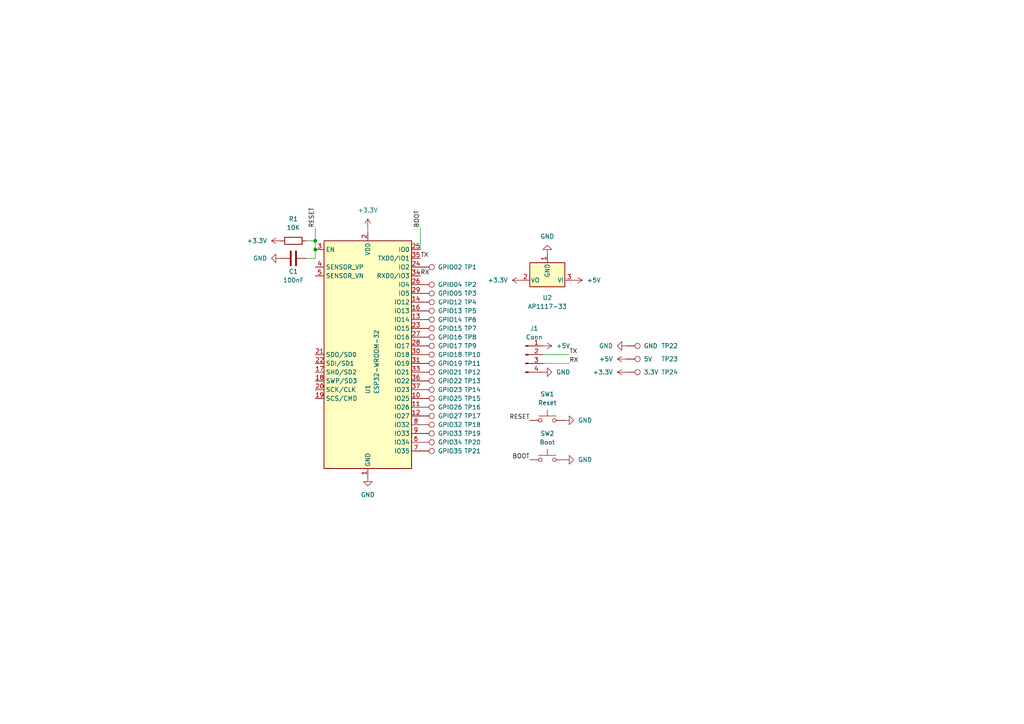
<source format=kicad_sch>
(kicad_sch (version 20211123) (generator eeschema)
  (paper "A4")
  (title_block (title "D1 Nano ESP32") (date "2023-10-11") (rev "${REVISION}") (company "JPZV"))
  (lib_symbols
    (symbol "Connector:Conn_01x04_Male" (pin_names (offset 1.016) hide)
      (property "Reference" "J" (at 0 5.08 0))
      (property "Value" "Conn_01x04_Male" (at 0 -7.62 0))
      (symbol "Conn_01x04_Male_1_1"
        (polyline (pts (xy 1.27 -5.08) (xy 0.8636 -5.08)) (stroke (width 0.1524)))
        (polyline (pts (xy 1.27 -2.54) (xy 0.8636 -2.54)) (stroke (width 0.1524)))
        (polyline (pts (xy 1.27 0) (xy 0.8636 0)) (stroke (width 0.1524)))
        (polyline (pts (xy 1.27 2.54) (xy 0.8636 2.54)) (stroke (width 0.1524)))
        (rectangle (start 0.8636 -4.953) (end 0 -5.207) (stroke (width 0.1524)) (fill (type outline)))
        (rectangle (start 0.8636 -2.413) (end 0 -2.667) (stroke (width 0.1524)) (fill (type outline)))
        (rectangle (start 0.8636 0.127) (end 0 -0.127) (stroke (width 0.1524)) (fill (type outline)))
        (rectangle (start 0.8636 2.667) (end 0 2.413) (stroke (width 0.1524)) (fill (type outline)))
        (pin passive line (at 5.08 2.54 180) (length 3.81) (name "Pin_1") (number "1"))
        (pin passive line (at 5.08 0 180) (length 3.81) (name "Pin_2") (number "2"))
        (pin passive line (at 5.08 -2.54 180) (length 3.81) (name "Pin_3") (number "3"))
        (pin passive line (at 5.08 -5.08 180) (length 3.81) (name "Pin_4") (number "4"))
      )
    )
    (symbol "Connector:TestPoint" (pin_numbers hide) (pin_names (offset 0.762) hide)
      (property "Reference" "TP" (at 0 6.858 0))
      (property "Value" "TestPoint" (at 0 5.08 0))
      (symbol "TestPoint_0_1"
        (circle (center 0 3.302) (radius 0.762))
      )
      (symbol "TestPoint_1_1"
        (pin passive line (at 0 0 90) (length 2.54) (name "1") (number "1"))
      )
    )
    (symbol "Device:C" (pin_numbers hide) (pin_names (offset 0.254))
      (property "Reference" "C" (at 0.635 2.54 0))
      (property "Value" "C" (at 0.635 -2.54 0))
      (symbol "C_0_1"
        (polyline (pts (xy -2.032 -0.762) (xy 2.032 -0.762)) (stroke (width 0.508)))
        (polyline (pts (xy -2.032 0.762) (xy 2.032 0.762)) (stroke (width 0.508)))
      )
      (symbol "C_1_1"
        (pin passive line (at 0 3.81 270) (length 2.794) (name "~") (number "1"))
        (pin passive line (at 0 -3.81 90) (length 2.794) (name "~") (number "2"))
      )
    )
    (symbol "Device:R" (pin_numbers hide) (pin_names (offset 0))
      (property "Reference" "R" (at 2.032 0 90))
      (property "Value" "R" (at 0 0 90))
      (symbol "R_0_1"
        (rectangle (start -1.016 -2.54) (end 1.016 2.54) (stroke (width 0.254)))
      )
      (symbol "R_1_1"
        (pin passive line (at 0 3.81 270) (length 1.27) (name "~") (number "1"))
        (pin passive line (at 0 -3.81 90) (length 1.27) (name "~") (number "2"))
      )
    )
    (symbol "RF_Module:ESP32-WROOM-32"
      (property "Reference" "U" (at -12.7 34.29 0))
      (property "Value" "ESP32-WROOM-32" (at 1.27 34.29 0))
      (symbol "ESP32-WROOM-32_0_1"
        (rectangle (start -12.7 33.02) (end 12.7 -33.02) (stroke (width 0.254)) (fill (type background)))
      )
      (symbol "ESP32-WROOM-32_1_1"
        (pin power_in line (at 0 -35.56 90) (length 2.54) (name "GND") (number "1"))
        (pin bidirectional line (at 15.24 -12.7 180) (length 2.54) (name "IO25") (number "10"))
        (pin bidirectional line (at 15.24 -15.24 180) (length 2.54) (name "IO26") (number "11"))
        (pin bidirectional line (at 15.24 -17.78 180) (length 2.54) (name "IO27") (number "12"))
        (pin bidirectional line (at 15.24 10.16 180) (length 2.54) (name "IO14") (number "13"))
        (pin bidirectional line (at 15.24 15.24 180) (length 2.54) (name "IO12") (number "14"))
        (pin passive line (at 0 -35.56 90) (length 2.54) hide (name "GND") (number "15"))
        (pin bidirectional line (at 15.24 12.7 180) (length 2.54) (name "IO13") (number "16"))
        (pin bidirectional line (at -15.24 -5.08 0) (length 2.54) (name "SHD/SD2") (number "17"))
        (pin bidirectional line (at -15.24 -7.62 0) (length 2.54) (name "SWP/SD3") (number "18"))
        (pin bidirectional line (at -15.24 -12.7 0) (length 2.54) (name "SCS/CMD") (number "19"))
        (pin power_in line (at 0 35.56 270) (length 2.54) (name "VDD") (number "2"))
        (pin bidirectional line (at -15.24 -10.16 0) (length 2.54) (name "SCK/CLK") (number "20"))
        (pin bidirectional line (at -15.24 0 0) (length 2.54) (name "SDO/SD0") (number "21"))
        (pin bidirectional line (at -15.24 -2.54 0) (length 2.54) (name "SDI/SD1") (number "22"))
        (pin bidirectional line (at 15.24 7.62 180) (length 2.54) (name "IO15") (number "23"))
        (pin bidirectional line (at 15.24 25.4 180) (length 2.54) (name "IO2") (number "24"))
        (pin bidirectional line (at 15.24 30.48 180) (length 2.54) (name "IO0") (number "25"))
        (pin bidirectional line (at 15.24 20.32 180) (length 2.54) (name "IO4") (number "26"))
        (pin bidirectional line (at 15.24 5.08 180) (length 2.54) (name "IO16") (number "27"))
        (pin bidirectional line (at 15.24 2.54 180) (length 2.54) (name "IO17") (number "28"))
        (pin bidirectional line (at 15.24 17.78 180) (length 2.54) (name "IO5") (number "29"))
        (pin input line (at -15.24 30.48 0) (length 2.54) (name "EN") (number "3"))
        (pin bidirectional line (at 15.24 0 180) (length 2.54) (name "IO18") (number "30"))
        (pin bidirectional line (at 15.24 -2.54 180) (length 2.54) (name "IO19") (number "31"))
        (pin no_connect line (at -12.7 -27.94 0) (length 2.54) hide (name "NC") (number "32"))
        (pin bidirectional line (at 15.24 -5.08 180) (length 2.54) (name "IO21") (number "33"))
        (pin bidirectional line (at 15.24 22.86 180) (length 2.54) (name "RXD0/IO3") (number "34"))
        (pin bidirectional line (at 15.24 27.94 180) (length 2.54) (name "TXD0/IO1") (number "35"))
        (pin bidirectional line (at 15.24 -7.62 180) (length 2.54) (name "IO22") (number "36"))
        (pin bidirectional line (at 15.24 -10.16 180) (length 2.54) (name "IO23") (number "37"))
        (pin passive line (at 0 -35.56 90) (length 2.54) hide (name "GND") (number "38"))
        (pin passive line (at 0 -35.56 90) (length 2.54) hide (name "GND") (number "39"))
        (pin input line (at -15.24 25.4 0) (length 2.54) (name "SENSOR_VP") (number "4"))
        (pin input line (at -15.24 22.86 0) (length 2.54) (name "SENSOR_VN") (number "5"))
        (pin input line (at 15.24 -25.4 180) (length 2.54) (name "IO34") (number "6"))
        (pin input line (at 15.24 -27.94 180) (length 2.54) (name "IO35") (number "7"))
        (pin bidirectional line (at 15.24 -20.32 180) (length 2.54) (name "IO32") (number "8"))
        (pin bidirectional line (at 15.24 -22.86 180) (length 2.54) (name "IO33") (number "9"))
      )
    )
    (symbol "Regulator_Linear:AP1117-33" (pin_names (offset 0.254))
      (property "Reference" "U" (at -3.81 3.175 0))
      (property "Value" "AP1117-33" (at 0 3.175 0))
      (symbol "AP1117-33_0_1"
        (rectangle (start -5.08 -5.08) (end 5.08 1.905) (stroke (width 0.254)) (fill (type background)))
      )
      (symbol "AP1117-33_1_1"
        (pin power_in line (at 0 -7.62 90) (length 2.54) (name "GND") (number "1"))
        (pin power_out line (at 7.62 0 180) (length 2.54) (name "VO") (number "2"))
        (pin power_in line (at -7.62 0 0) (length 2.54) (name "VI") (number "3"))
      )
    )
    (symbol "Switch:SW_Push" (pin_numbers hide) (pin_names (offset 1.016) hide)
      (property "Reference" "SW" (at 1.27 2.54 0))
      (property "Value" "SW_Push" (at 0 -1.524 0))
      (symbol "SW_Push_0_1"
        (circle (center -2.032 0) (radius 0.508))
        (polyline (pts (xy 0 1.27) (xy 0 3.048)))
        (polyline (pts (xy 2.54 1.27) (xy -2.54 1.27)))
        (circle (center 2.032 0) (radius 0.508))
        (pin passive line (at -5.08 0 0) (length 2.54) (name "1") (number "1"))
        (pin passive line (at 5.08 0 180) (length 2.54) (name "2") (number "2"))
      )
    )
    (symbol "power:+3.3V" (power) (pin_names (offset 0))
      (property "Value" "+3.3V" (at 0 3.556 0))
      (symbol "+3.3V_0_1"
        (polyline (pts (xy -0.762 1.27) (xy 0 2.54)))
        (polyline (pts (xy 0 0) (xy 0 2.54)))
        (polyline (pts (xy 0 2.54) (xy 0.762 1.27)))
      )
      (symbol "+3.3V_1_1"
        (pin power_in line (at 0 0 90) (length 0) hide (name "+3.3V") (number "1"))
      )
    )
    (symbol "power:+5V" (power) (pin_names (offset 0))
      (property "Value" "+5V" (at 0 3.556 0))
      (symbol "+5V_0_1"
        (polyline (pts (xy -0.762 1.27) (xy 0 2.54)))
        (polyline (pts (xy 0 0) (xy 0 2.54)))
        (polyline (pts (xy 0 2.54) (xy 0.762 1.27)))
      )
      (symbol "+5V_1_1"
        (pin power_in line (at 0 0 90) (length 0) hide (name "+5V") (number "1"))
      )
    )
    (symbol "power:GND" (power) (pin_names (offset 0))
      (property "Value" "GND" (at 0 -3.81 0))
      (symbol "GND_0_1"
        (polyline (pts (xy 0 0) (xy 0 -1.27) (xy 1.27 -1.27) (xy 0 -2.54) (xy -1.27 -1.27) (xy 0 -1.27)))
      )
      (symbol "GND_1_1"
        (pin power_in line (at 0 0 270) (length 0) hide (name "GND") (number "1"))
      )
    )
  )
  (junction (at 91.44 72.39))
  (junction (at 91.44 69.85))
  (wire (pts (xy 91.44 66.04) (xy 91.44 69.85)))
  (wire (pts (xy 165.1 105.41) (xy 157.48 105.41)))
  (wire (pts (xy 165.1 102.87) (xy 157.48 102.87)))
  (wire (pts (xy 106.68 66.04) (xy 106.68 67.31)))
  (wire (pts (xy 88.9 69.85) (xy 91.44 69.85)))
  (wire (pts (xy 88.9 74.93) (xy 91.44 74.93)))
  (wire (pts (xy 91.44 69.85) (xy 91.44 72.39)))
  (wire (pts (xy 121.92 66.04) (xy 121.92 72.39)))
  (wire (pts (xy 91.44 74.93) (xy 91.44 72.39)))
  (label "TX" (at 121.92 74.93 0))
  (label "RX" (at 121.92 80.01 0))
  (label "BOOT" (at 153.67 133.35 180))
  (label "TX" (at 165.1 102.87 0))
  (label "RESET" (at 153.67 121.92 180))
  (label "BOOT" (at 121.92 66.04 90))
  (label "RX" (at 165.1 105.41 0))
  (label "RESET" (at 91.44 66.04 90))
  (symbol (lib_id "Connector:TestPoint") (at 121.92 82.55 270) (unit 1)
    (property "Reference" "TP2" (at 134.62 82.55 90) (effects (justify left)))
    (property "Value" "GPIO04" (at 127 82.55 90) (effects (justify left)))
    (property "Footprint" "TestPoint:TestPoint_Pad_D2.0mm" (effects hide))
  )
  (symbol (lib_id "power:GND") (at 181.61 100.33 270) (unit 1)
    (property "Reference" "#PWR0114" (effects hide))
    (property "Value" "GND" (at 177.8 100.3299 90) (effects (justify right)))
  )
  (symbol (lib_id "Connector:TestPoint") (at 121.92 118.11 270) (unit 1)
    (property "Reference" "TP16" (at 134.62 118.11 90) (effects (justify left)))
    (property "Value" "GPIO26" (at 127 118.11 90) (effects (justify left)))
    (property "Footprint" "TestPoint:TestPoint_Pad_D2.0mm" (effects hide))
  )
  (symbol (lib_id "power:+3.3V") (at 151.13 81.28 90) (unit 1)
    (property "Reference" "#PWR0105" (effects hide))
    (property "Value" "+3.3V" (at 147.32 81.2799 90) (effects (justify left)))
  )
  (symbol (lib_id "Connector:TestPoint") (at 181.61 107.95 270) (unit 1)
    (property "Reference" "TP24" (at 191.77 107.95 90) (effects (justify left)))
    (property "Value" "3.3V" (at 186.69 107.95 90) (effects (justify left)))
    (property "Footprint" "TestPoint:TestPoint_Pad_D2.0mm" (effects hide))
  )
  (symbol (lib_id "Connector:TestPoint") (at 121.92 87.63 270) (unit 1)
    (property "Reference" "TP4" (at 134.62 87.63 90) (effects (justify left)))
    (property "Value" "GPIO12" (at 127 87.63 90) (effects (justify left)))
    (property "Footprint" "TestPoint:TestPoint_Pad_D2.0mm" (effects hide))
  )
  (symbol (lib_id "Connector:TestPoint") (at 121.92 120.65 270) (unit 1)
    (property "Reference" "TP17" (at 134.62 120.65 90) (effects (justify left)))
    (property "Value" "GPIO27" (at 127 120.65 90) (effects (justify left)))
    (property "Footprint" "TestPoint:TestPoint_Pad_D2.0mm" (effects hide))
  )
  (symbol (lib_id "Connector:TestPoint") (at 181.61 100.33 270) (unit 1)
    (property "Reference" "TP22" (at 191.77 100.33 90) (effects (justify left)))
    (property "Value" "GND" (at 186.69 100.33 90) (effects (justify left)))
    (property "Footprint" "TestPoint:TestPoint_Pad_D2.0mm" (effects hide))
  )
  (symbol (lib_id "Connector:TestPoint") (at 121.92 125.73 270) (unit 1)
    (property "Reference" "TP19" (at 134.62 125.73 90) (effects (justify left)))
    (property "Value" "GPIO33" (at 127 125.73 90) (effects (justify left)))
    (property "Footprint" "TestPoint:TestPoint_Pad_D2.0mm" (effects hide))
  )
  (symbol (lib_id "Connector:Conn_01x04_Male") (at 152.4 102.87 0) (unit 1)
    (property "Reference" "J1" (at 154.94 95.25 0))
    (property "Value" "Conn" (at 154.94 97.79 0))
    (property "Footprint" "Connector_PinHeader_2.54mm:PinHeader_1x04_P2.54mm_Vertical" (effects hide))
  )
  (symbol (lib_id "Connector:TestPoint") (at 121.92 113.03 270) (unit 1)
    (property "Reference" "TP14" (at 134.62 113.03 90) (effects (justify left)))
    (property "Value" "GPIO23" (at 127 113.03 90) (effects (justify left)))
    (property "Footprint" "TestPoint:TestPoint_Pad_D2.0mm" (effects hide))
  )
  (symbol (lib_id "Device:R") (at 85.09 69.85 90) (unit 1)
    (property "Reference" "R1" (at 85.09 63.5 90))
    (property "Value" "10K" (at 85.09 66.04 90))
    (property "Footprint" "Resistor_SMD:R_1206_3216Metric_Pad1.30x1.75mm_HandSolder" (effects hide))
  )
  (symbol (lib_id "power:+3.3V") (at 181.61 107.95 90) (unit 1)
    (property "Reference" "#PWR0112" (effects hide))
    (property "Value" "+3.3V" (at 177.8 107.9499 90) (effects (justify left)))
  )
  (symbol (lib_id "Connector:TestPoint") (at 181.61 104.14 270) (unit 1)
    (property "Reference" "TP23" (at 191.77 104.14 90) (effects (justify left)))
    (property "Value" "5V" (at 186.69 104.14 90) (effects (justify left)))
    (property "Footprint" "TestPoint:TestPoint_Pad_D2.0mm" (effects hide))
  )
  (symbol (lib_id "Connector:TestPoint") (at 121.92 123.19 270) (unit 1)
    (property "Reference" "TP18" (at 134.62 123.19 90) (effects (justify left)))
    (property "Value" "GPIO32" (at 127 123.19 90) (effects (justify left)))
    (property "Footprint" "TestPoint:TestPoint_Pad_D2.0mm" (effects hide))
  )
  (symbol (lib_id "power:+5V") (at 166.37 81.28 270) (unit 1)
    (property "Reference" "#PWR0103" (effects hide))
    (property "Value" "+5V" (at 170.18 81.2799 90) (effects (justify left)))
  )
  (symbol (lib_id "Switch:SW_Push") (at 158.75 121.92 0) (unit 1)
    (property "Reference" "SW1" (at 158.75 114.3 0))
    (property "Value" "Reset" (at 158.75 116.84 0))
    (property "Footprint" "Button_Switch_SMD:SW_SPST_FSMSM" (effects hide))
  )
  (symbol (lib_id "power:GND") (at 158.75 73.66 180) (unit 1)
    (property "Reference" "#PWR0104" (effects hide))
    (property "Value" "GND" (at 158.75 68.58 0))
  )
  (symbol (lib_id "Connector:TestPoint") (at 121.92 90.17 270) (unit 1)
    (property "Reference" "TP5" (at 134.62 90.17 90) (effects (justify left)))
    (property "Value" "GPIO13" (at 127 90.17 90) (effects (justify left)))
    (property "Footprint" "TestPoint:TestPoint_Pad_D2.0mm" (effects hide))
  )
  (symbol (lib_id "Connector:TestPoint") (at 121.92 130.81 270) (unit 1)
    (property "Reference" "TP21" (at 134.62 130.81 90) (effects (justify left)))
    (property "Value" "GPIO35" (at 127 130.81 90) (effects (justify left)))
    (property "Footprint" "TestPoint:TestPoint_Pad_D2.0mm" (effects hide))
  )
  (symbol (lib_id "Connector:TestPoint") (at 121.92 128.27 270) (unit 1)
    (property "Reference" "TP20" (at 134.62 128.27 90) (effects (justify left)))
    (property "Value" "GPIO34" (at 127 128.27 90) (effects (justify left)))
    (property "Footprint" "TestPoint:TestPoint_Pad_D2.0mm" (effects hide))
  )
  (symbol (lib_id "Connector:TestPoint") (at 121.92 110.49 270) (unit 1)
    (property "Reference" "TP13" (at 134.62 110.49 90) (effects (justify left)))
    (property "Value" "GPIO22" (at 127 110.49 90) (effects (justify left)))
    (property "Footprint" "TestPoint:TestPoint_Pad_D2.0mm" (effects hide))
  )
  (symbol (lib_id "power:GND") (at 81.28 74.93 270) (unit 1)
    (property "Reference" "#PWR0109" (effects hide))
    (property "Value" "GND" (at 77.47 74.9299 90) (effects (justify right)))
  )
  (symbol (lib_id "Device:C") (at 85.09 74.93 90) (unit 1)
    (property "Reference" "C1" (at 85.09 78.74 90))
    (property "Value" "100nF" (at 85.09 81.28 90))
    (property "Footprint" "Capacitor_SMD:C_1206_3216Metric_Pad1.33x1.80mm_HandSolder" (effects hide))
  )
  (symbol (lib_id "Connector:TestPoint") (at 121.92 102.87 270) (unit 1)
    (property "Reference" "TP10" (at 134.62 102.87 90) (effects (justify left)))
    (property "Value" "GPIO18" (at 127 102.87 90) (effects (justify left)))
    (property "Footprint" "TestPoint:TestPoint_Pad_D2.0mm" (effects hide))
  )
  (symbol (lib_id "Connector:TestPoint") (at 121.92 95.25 270) (unit 1)
    (property "Reference" "TP7" (at 134.62 95.25 90) (effects (justify left)))
    (property "Value" "GPIO15" (at 127 95.25 90) (effects (justify left)))
    (property "Footprint" "TestPoint:TestPoint_Pad_D2.0mm" (effects hide))
  )
  (symbol (lib_id "Connector:TestPoint") (at 121.92 105.41 270) (unit 1)
    (property "Reference" "TP11" (at 134.62 105.41 90) (effects (justify left)))
    (property "Value" "GPIO19" (at 127 105.41 90) (effects (justify left)))
    (property "Footprint" "TestPoint:TestPoint_Pad_D2.0mm" (effects hide))
  )
  (symbol (lib_id "Connector:TestPoint") (at 121.92 100.33 270) (unit 1)
    (property "Reference" "TP9" (at 134.62 100.33 90) (effects (justify left)))
    (property "Value" "GPIO17" (at 127 100.33 90) (effects (justify left)))
    (property "Footprint" "TestPoint:TestPoint_Pad_D2.0mm" (effects hide))
  )
  (symbol (lib_id "Connector:TestPoint") (at 121.92 115.57 270) (unit 1)
    (property "Reference" "TP15" (at 134.62 115.57 90) (effects (justify left)))
    (property "Value" "GPIO25" (at 127 115.57 90) (effects (justify left)))
    (property "Footprint" "TestPoint:TestPoint_Pad_D2.0mm" (effects hide))
  )
  (symbol (lib_id "Connector:TestPoint") (at 121.92 97.79 270) (unit 1)
    (property "Reference" "TP8" (at 134.62 97.79 90) (effects (justify left)))
    (property "Value" "GPIO16" (at 127 97.79 90) (effects (justify left)))
    (property "Footprint" "TestPoint:TestPoint_Pad_D2.0mm" (effects hide))
  )
  (symbol (lib_id "power:+5V") (at 181.61 104.14 90) (unit 1)
    (property "Reference" "#PWR0113" (effects hide))
    (property "Value" "+5V" (at 177.8 104.1399 90) (effects (justify left)))
  )
  (symbol (lib_id "Connector:TestPoint") (at 121.92 92.71 270) (unit 1)
    (property "Reference" "TP6" (at 134.62 92.71 90) (effects (justify left)))
    (property "Value" "GPIO14" (at 127 92.71 90) (effects (justify left)))
    (property "Footprint" "TestPoint:TestPoint_Pad_D2.0mm" (effects hide))
  )
  (symbol (lib_id "power:GND") (at 157.48 107.95 90) (unit 1)
    (property "Reference" "#PWR0101" (effects hide))
    (property "Value" "GND" (at 161.29 107.9499 90) (effects (justify right)))
  )
  (symbol (lib_id "Connector:TestPoint") (at 121.92 107.95 270) (unit 1)
    (property "Reference" "TP12" (at 134.62 107.95 90) (effects (justify left)))
    (property "Value" "GPIO21" (at 127 107.95 90) (effects (justify left)))
    (property "Footprint" "TestPoint:TestPoint_Pad_D2.0mm" (effects hide))
  )
  (symbol (lib_id "Switch:SW_Push") (at 158.75 133.35 0) (unit 1)
    (property "Reference" "SW2" (at 158.75 125.73 0))
    (property "Value" "Boot" (at 158.75 128.27 0))
    (property "Footprint" "Button_Switch_SMD:SW_SPST_FSMSM" (effects hide))
  )
  (symbol (lib_id "power:+3.3V") (at 81.28 69.85 90) (unit 1)
    (property "Reference" "#PWR0110" (effects hide))
    (property "Value" "+3.3V" (at 77.47 69.8499 90) (effects (justify left)))
  )
  (symbol (lib_id "Regulator_Linear:AP1117-33") (at 158.75 81.28 180) (unit 1)
    (property "Reference" "U2" (at 158.75 86.36 0))
    (property "Value" "AP1117-33" (at 158.75 88.9 0))
    (property "Footprint" "Package_TO_SOT_SMD:SOT-223-3_TabPin2" (effects hide))
    (property "Datasheet" "http://www.diodes.com/datasheets/AP1117.pdf" (effects hide))
  )
  (symbol (lib_id "Connector:TestPoint") (at 121.92 85.09 270) (unit 1)
    (property "Reference" "TP3" (at 134.62 85.09 90) (effects (justify left)))
    (property "Value" "GPIO05" (at 127 85.09 90) (effects (justify left)))
    (property "Footprint" "TestPoint:TestPoint_Pad_D2.0mm" (effects hide))
  )
  (symbol (lib_id "power:GND") (at 163.83 121.92 90) (unit 1)
    (property "Reference" "#PWR0106" (effects hide))
    (property "Value" "GND" (at 167.64 121.9199 90) (effects (justify right)))
  )
  (symbol (lib_id "power:+3.3V") (at 106.68 66.04 0) (unit 1)
    (property "Reference" "#PWR0111" (effects hide))
    (property "Value" "+3.3V" (at 106.68 60.96 0))
  )
  (symbol (lib_id "power:GND") (at 163.83 133.35 90) (unit 1)
    (property "Reference" "#PWR0107" (effects hide))
    (property "Value" "GND" (at 167.64 133.3499 90) (effects (justify right)))
  )
  (symbol (lib_id "power:+5V") (at 157.48 100.33 270) (unit 1)
    (property "Reference" "#PWR0102" (effects hide))
    (property "Value" "+5V" (at 161.29 100.3299 90) (effects (justify left)))
  )
  (symbol (lib_id "RF_Module:ESP32-WROOM-32") (at 106.68 102.87 0) (unit 1)
    (property "Reference" "U1" (at 106.68 114.3 90) (effects (justify left)))
    (property "Value" "ESP32-WROOM-32" (at 109.22 114.3 90) (effects (justify left)))
    (property "Footprint" "RF_Module:ESP32-WROOM-32" (effects hide))
    (property "Datasheet" "https://www.espressif.com/sites/default/files/documentation/esp32-wroom-32_datasheet_en.pdf" (effects hide))
  )
  (symbol (lib_id "power:GND") (at 106.68 138.43 0) (unit 1)
    (property "Reference" "#PWR0108" (effects hide))
    (property "Value" "GND" (at 106.68 143.51 0))
  )
  (symbol (lib_id "Connector:TestPoint") (at 121.92 77.47 270) (unit 1)
    (property "Reference" "TP1" (at 134.62 77.47 90) (effects (justify left)))
    (property "Value" "GPIO02" (at 127 77.47 90) (effects (justify left)))
    (property "Footprint" "TestPoint:TestPoint_Pad_D2.0mm" (effects hide))
  )
)
</source>
